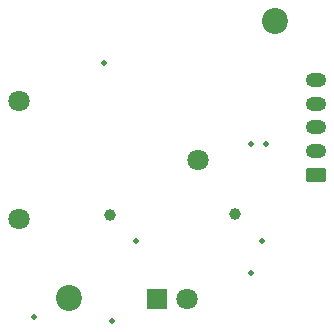
<source format=gbr>
G04 #@! TF.GenerationSoftware,KiCad,Pcbnew,7.0.11-7.0.11~ubuntu22.04.1*
G04 #@! TF.CreationDate,2024-04-10T19:00:30+01:00*
G04 #@! TF.ProjectId,KitchenTimer,4b697463-6865-46e5-9469-6d65722e6b69,rev?*
G04 #@! TF.SameCoordinates,PX44794c0PY22243c0*
G04 #@! TF.FileFunction,Soldermask,Bot*
G04 #@! TF.FilePolarity,Negative*
%FSLAX45Y45*%
G04 Gerber Fmt 4.5, Leading zero omitted, Abs format (unit mm)*
G04 Created by KiCad (PCBNEW 7.0.11-7.0.11~ubuntu22.04.1) date 2024-04-10 19:00:30*
%MOMM*%
%LPD*%
G01*
G04 APERTURE LIST*
G04 Aperture macros list*
%AMRoundRect*
0 Rectangle with rounded corners*
0 $1 Rounding radius*
0 $2 $3 $4 $5 $6 $7 $8 $9 X,Y pos of 4 corners*
0 Add a 4 corners polygon primitive as box body*
4,1,4,$2,$3,$4,$5,$6,$7,$8,$9,$2,$3,0*
0 Add four circle primitives for the rounded corners*
1,1,$1+$1,$2,$3*
1,1,$1+$1,$4,$5*
1,1,$1+$1,$6,$7*
1,1,$1+$1,$8,$9*
0 Add four rect primitives between the rounded corners*
20,1,$1+$1,$2,$3,$4,$5,0*
20,1,$1+$1,$4,$5,$6,$7,0*
20,1,$1+$1,$6,$7,$8,$9,0*
20,1,$1+$1,$8,$9,$2,$3,0*%
G04 Aperture macros list end*
%ADD10C,1.000000*%
%ADD11R,1.800000X1.800000*%
%ADD12C,1.800000*%
%ADD13C,2.200000*%
%ADD14RoundRect,0.250000X0.625000X-0.350000X0.625000X0.350000X-0.625000X0.350000X-0.625000X-0.350000X0*%
%ADD15O,1.750000X1.200000*%
%ADD16C,0.500000*%
G04 APERTURE END LIST*
D10*
X924500Y-1918000D03*
D11*
X1323000Y-2628000D03*
D12*
X1577000Y-2628000D03*
D10*
X1982500Y-1915000D03*
D13*
X575000Y-2625000D03*
X2325000Y-275000D03*
D14*
X2668000Y-1578000D03*
D15*
X2668000Y-1378000D03*
X2668000Y-1178000D03*
X2668000Y-978000D03*
X2668000Y-778000D03*
D12*
X150000Y-950000D03*
X150000Y-1950000D03*
X1670000Y-1450000D03*
D16*
X1148000Y-2143000D03*
X284000Y-2783000D03*
X875000Y-630000D03*
X944000Y-2818000D03*
X2212000Y-2140000D03*
X2243500Y-1318000D03*
X2118000Y-2408000D03*
X2116500Y-1319000D03*
M02*

</source>
